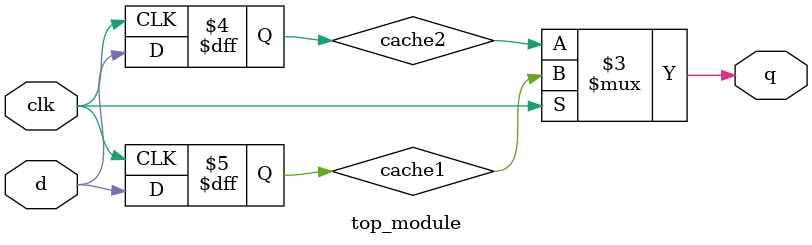
<source format=v>
module top_module (
    input clk,
    input d,
    output q
);
    reg cache1,cache2;
    always@(posedge clk) begin
        cache1 <= d;
    end
    always@(negedge clk) begin
        cache2 <= d;
    end
    assign q = clk? cache1:cache2;
endmodule

</source>
